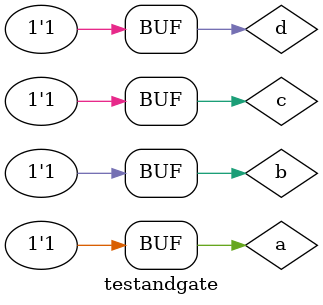
<source format=v>
module andgate ( output s,
input p,
input q);
assign s = p & q;
endmodule // andgate
// ---------------------
module and2gate ( output u,
input a,
input b,
input c,
input d);
andgate AND1 (s, a, b);
andgate AND2 (t, c, d);
assign u = s & t;
endmodule // andgate

// -- test and gate
// ---------------------
module testandgate;
// ------------------------- dados locais
reg a, b, c, d; // definir registradores
wire u, s, t; // definir conexao (fio)
// ------------------------- instancia

and2gate AND3 (u, a, b, c, d);
// ------------------------- preparacao
initial begin:start
// atribuicao simultanea
// dos valores iniciais
a=0; b=0; c=0; d=0;
end
// ------------------------- parte principal
initial begin
$display("Exemplo0014 - Ailton Gomes - 440092");
$display("Test AND gate");
$display("\n(a & b )&(c & d)= s\n");
#1 $monitor("(%b & %b )&(%b & %b) = %b", a, b, c, d, u);
#1 a=0; b=0; c=0; d=0;
#1 a=0; b=0; c=0; d=1;
#1 a=0; b=0; c=1; d=0;
#1 a=0; b=0; c=1; d=1;
#1 a=0; b=1; c=0; d=0;
#1 a=0; b=1; c=0; d=1;
#1 a=0; b=1; c=1; d=0;
#1 a=0; b=1; c=1; d=1;
#1 a=1; b=0; c=0; d=0;
#1 a=1; b=0; c=0; d=1;
#1 a=1; b=0; c=1; d=0;
#1 a=1; b=0; c=1; d=1;
#1 a=1; b=1; c=0; d=0;
#1 a=1; b=1; c=0; d=1;
#1 a=1; b=1; c=1; d=0;
#1 a=1; b=1; c=1; d=1;
end
endmodule // testandgate
</source>
